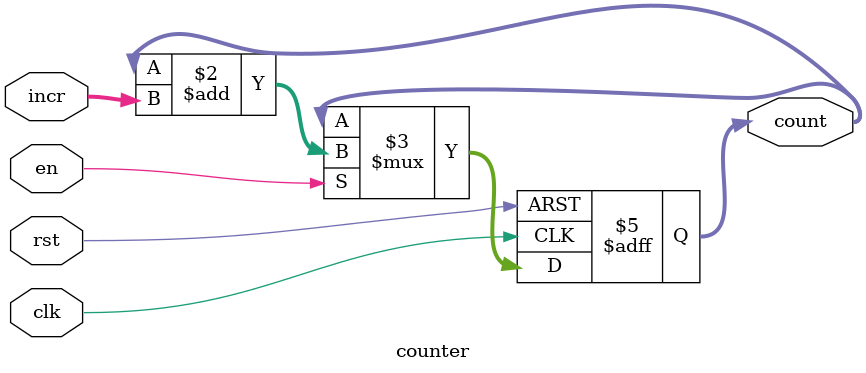
<source format=sv>
module counter #(
    parameter WIDTH = 9
)(
    input logic clk,
    input logic rst, 
    input logic en,
    input logic [WIDTH-1:0] incr,
    output logic [WIDTH-1:0] count
);

always @ (posedge clk, posedge rst)
    if (rst)
        count <= {WIDTH{1'b0}};
    else if(en) 
        count <= count + incr;

endmodule

</source>
